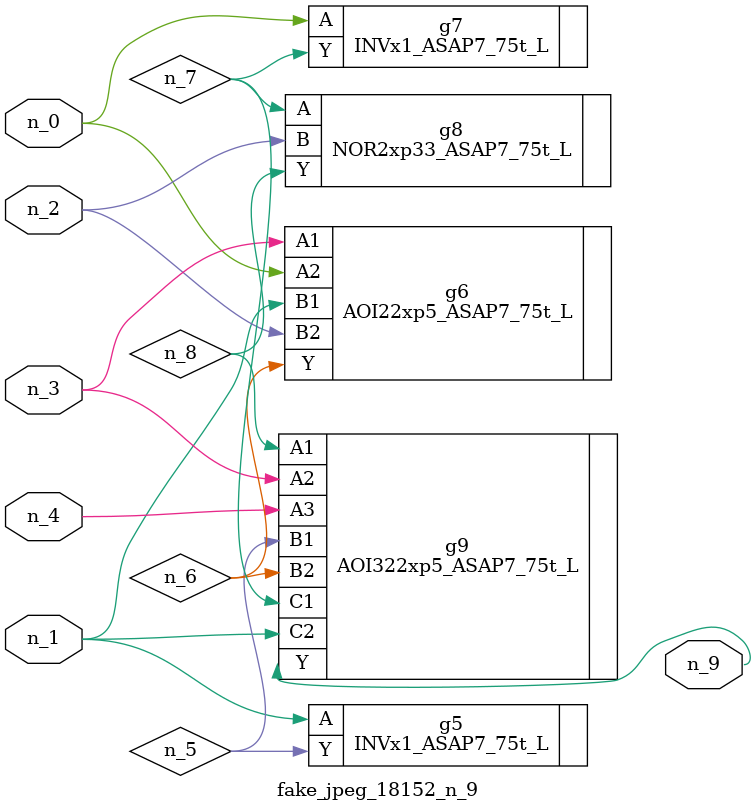
<source format=v>
module fake_jpeg_18152_n_9 (n_3, n_2, n_1, n_0, n_4, n_9);

input n_3;
input n_2;
input n_1;
input n_0;
input n_4;

output n_9;

wire n_8;
wire n_6;
wire n_5;
wire n_7;

INVx1_ASAP7_75t_L g5 ( 
.A(n_1),
.Y(n_5)
);

AOI22xp5_ASAP7_75t_L g6 ( 
.A1(n_3),
.A2(n_0),
.B1(n_1),
.B2(n_2),
.Y(n_6)
);

INVx1_ASAP7_75t_L g7 ( 
.A(n_0),
.Y(n_7)
);

NOR2xp33_ASAP7_75t_L g8 ( 
.A(n_7),
.B(n_2),
.Y(n_8)
);

AOI322xp5_ASAP7_75t_L g9 ( 
.A1(n_8),
.A2(n_3),
.A3(n_4),
.B1(n_5),
.B2(n_6),
.C1(n_7),
.C2(n_1),
.Y(n_9)
);


endmodule
</source>
